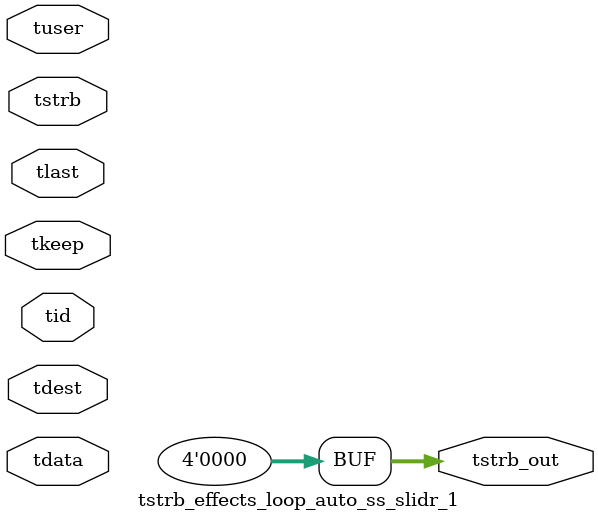
<source format=v>


`timescale 1ps/1ps

module tstrb_effects_loop_auto_ss_slidr_1 #
(
parameter C_S_AXIS_TDATA_WIDTH = 32,
parameter C_S_AXIS_TUSER_WIDTH = 0,
parameter C_S_AXIS_TID_WIDTH   = 0,
parameter C_S_AXIS_TDEST_WIDTH = 0,
parameter C_M_AXIS_TDATA_WIDTH = 32
)
(
input  [(C_S_AXIS_TDATA_WIDTH == 0 ? 1 : C_S_AXIS_TDATA_WIDTH)-1:0     ] tdata,
input  [(C_S_AXIS_TUSER_WIDTH == 0 ? 1 : C_S_AXIS_TUSER_WIDTH)-1:0     ] tuser,
input  [(C_S_AXIS_TID_WIDTH   == 0 ? 1 : C_S_AXIS_TID_WIDTH)-1:0       ] tid,
input  [(C_S_AXIS_TDEST_WIDTH == 0 ? 1 : C_S_AXIS_TDEST_WIDTH)-1:0     ] tdest,
input  [(C_S_AXIS_TDATA_WIDTH/8)-1:0 ] tkeep,
input  [(C_S_AXIS_TDATA_WIDTH/8)-1:0 ] tstrb,
input                                                                    tlast,
output [(C_M_AXIS_TDATA_WIDTH/8)-1:0 ] tstrb_out
);

assign tstrb_out = {1'b0};

endmodule


</source>
